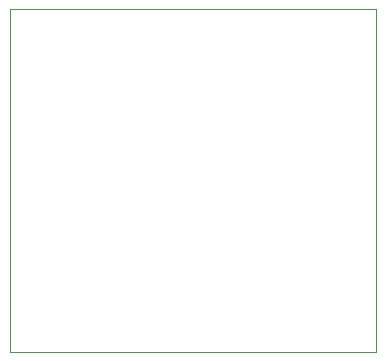
<source format=gbr>
%TF.GenerationSoftware,KiCad,Pcbnew,7.0.8-7.0.8~ubuntu22.04.1*%
%TF.CreationDate,2023-11-01T15:39:39+03:00*%
%TF.ProjectId,main-module,6d61696e-2d6d-46f6-9475-6c652e6b6963,rev?*%
%TF.SameCoordinates,Original*%
%TF.FileFunction,Profile,NP*%
%FSLAX46Y46*%
G04 Gerber Fmt 4.6, Leading zero omitted, Abs format (unit mm)*
G04 Created by KiCad (PCBNEW 7.0.8-7.0.8~ubuntu22.04.1) date 2023-11-01 15:39:39*
%MOMM*%
%LPD*%
G01*
G04 APERTURE LIST*
%TA.AperFunction,Profile*%
%ADD10C,0.100000*%
%TD*%
G04 APERTURE END LIST*
D10*
X145000000Y-60000000D02*
X176000000Y-60000000D01*
X176000000Y-89000000D01*
X145000000Y-89000000D01*
X145000000Y-60000000D01*
M02*

</source>
